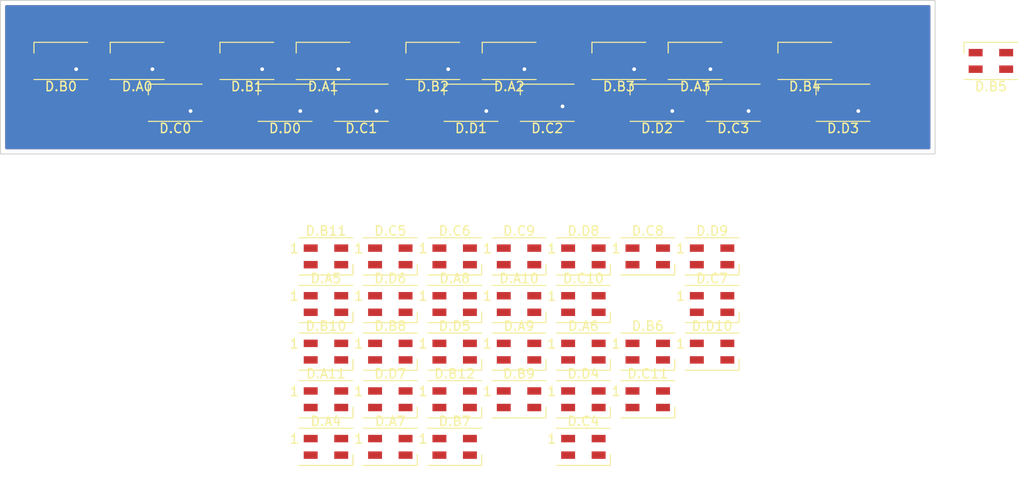
<source format=kicad_pcb>
(kicad_pcb (version 20211014) (generator pcbnew)
  (layers (0 "F.Cu" signal) (31 "B.Cu" signal) (34 "B.Paste" user) (35 "F.Paste" user) (36 "B.SilkS" user "B.Silkscreen") (37 "F.SilkS" user "F.Silkscreen") (38 "B.Mask" user) (39 "F.Mask" user) (44 "Edge.Cuts" user))
  (net 0 "")
  (net 1 "+5V")
  (net 2 "Net-(D.A1-Pad2)")
  (net 3 "GND")
  (net 4 "D_IN")
  (net 5 "Net-(D.A2-Pad2)")
  (net 6 "Net-(D.A3-Pad2)")
  (net 7 "Net-(D.B1-Pad2)")
  (net 8 "Net-(D.B2-Pad2)")
  (net 9 "Net-(D.B3-Pad2)")
  (net 10 "Net-(D.C1-Pad2)")
  (net 11 "Net-(D.C2-Pad2)")
  (net 12 "Net-(D.C3-Pad2)")
  (net 13 "Net-(D.D1-Pad2)")
  (net 14 "Net-(D.D2-Pad2)")
  (net 15 "Net-(D.A0-Pad2)")
  (net 16 "Net-(D.B0-Pad2)")
  (net 17 "Net-(D.C0-Pad2)")
  (net 18 "Net-(D.D0-Pad2)")
  (net 19 "Net-(D.B0-Pad4)")
  (net 20 "Net-(D.C0-Pad4)")
  (net 21 "Net-(D.D0-Pad4)")
  (net 22 "Net-(D.D3-Pad2)")
  (net 23 "Net-(D.A4-Pad2)")
  (net 24 "Net-(D.A5-Pad2)")
  (net 25 "Net-(D.A6-Pad2)")
  (net 26 "Net-(D.A7-Pad2)")
  (net 27 "Net-(D.A8-Pad2)")
  (net 28 "Net-(D.A9-Pad2)")
  (net 29 "Net-(D.A10-Pad2)")
  (net 30 "Net-(D.B4-Pad2)")
  (net 31 "Net-(D.B5-Pad2)")
  (net 32 "Net-(D.B6-Pad2)")
  (net 33 "Net-(D.B7-Pad2)")
  (net 34 "Net-(D.B8-Pad2)")
  (net 35 "Net-(D.B9-Pad2)")
  (net 36 "Net-(D.B10-Pad2)")
  (net 37 "Net-(D.B11-Pad2)")
  (net 38 "Net-(D.C4-Pad2)")
  (net 39 "Net-(D.C5-Pad2)")
  (net 40 "Net-(D.C6-Pad2)")
  (net 41 "Net-(D.C7-Pad2)")
  (net 42 "Net-(D.C8-Pad2)")
  (net 43 "Net-(D.C9-Pad2)")
  (net 44 "Net-(D.C10-Pad2)")
  (net 45 "Net-(D.D4-Pad2)")
  (net 46 "Net-(D.D5-Pad2)")
  (net 47 "Net-(D.D6-Pad2)")
  (net 48 "Net-(D.D7-Pad2)")
  (net 49 "Net-(D.D8-Pad2)")
  (net 50 "Net-(D.D9-Pad2)")
  (footprint "LED_SMD:LED_WS2812B-Mini_PLCC4_3.5x3.5mm_P1.8mm" (layer "F.Cu") (at 140 50 180)
    (fp_text reference "D.B2" (at 0 -2.75) (layer "F.SilkS"))
    (fp_text value "WS2812B")
    (pad "1" smd rect (at -1.64 -0.89 180) (size 1.5 0.8) (layers "F.Cu" "F.Paste" "F.Mask") (net 1 "+5V"))
    (pad "2" smd rect (at -1.64 0.89 180) (size 1.5 0.8) (layers "F.Cu" "F.Paste" "F.Mask") (net 8 "Net-(D.B2-Pad2)"))
    (pad "3" smd rect (at 1.64 0.89 180) (size 1.5 0.8) (layers "F.Cu" "F.Paste" "F.Mask") (net 3 "GND"))
    (pad "4" smd rect (at 1.64 -0.89 180) (size 1.5 0.8) (layers "F.Cu" "F.Paste" "F.Mask") (net 7 "Net-(D.B1-Pad2)"))
  )
  (footprint "LED_SMD:LED_WS2812B-Mini_PLCC4_3.5x3.5mm_P1.8mm" (layer "F.Cu") (at 156.18 76.14)
    (fp_text reference "D.C10" (at 0 -2.75) (layer "F.SilkS"))
    (fp_text value "WS2812B")
    (fp_text user "1" (at -3.4 -0.85) (layer "F.SilkS"))
    (pad "1" smd rect (at -1.64 -0.89) (size 1.5 0.8) (layers "F.Cu" "F.Paste" "F.Mask") (net 1 "+5V"))
    (pad "2" smd rect (at -1.64 0.89) (size 1.5 0.8) (layers "F.Cu" "F.Paste" "F.Mask") (net 44 "Net-(D.C10-Pad2)"))
    (pad "3" smd rect (at 1.64 0.89) (size 1.5 0.8) (layers "F.Cu" "F.Paste" "F.Mask") (net 3 "GND"))
    (pad "4" smd rect (at 1.64 -0.89) (size 1.5 0.8) (layers "F.Cu" "F.Paste" "F.Mask") (net 43 "Net-(D.C9-Pad2)"))
  )
  (footprint "LED_SMD:LED_WS2812B-Mini_PLCC4_3.5x3.5mm_P1.8mm" (layer "F.Cu") (at 170.02 71.02)
    (fp_text reference "D.D9" (at 0 -2.75) (layer "F.SilkS"))
    (fp_text value "WS2812B")
    (fp_text user "1" (at -3.4 -0.85) (layer "F.SilkS"))
    (pad "1" smd rect (at -1.64 -0.89) (size 1.5 0.8) (layers "F.Cu" "F.Paste" "F.Mask") (net 1 "+5V"))
    (pad "2" smd rect (at -1.64 0.89) (size 1.5 0.8) (layers "F.Cu" "F.Paste" "F.Mask") (net 50 "Net-(D.D9-Pad2)"))
    (pad "3" smd rect (at 1.64 0.89) (size 1.5 0.8) (layers "F.Cu" "F.Paste" "F.Mask") (net 3 "GND"))
    (pad "4" smd rect (at 1.64 -0.89) (size 1.5 0.8) (layers "F.Cu" "F.Paste" "F.Mask") (net 49 "Net-(D.D8-Pad2)"))
  )
  (footprint "LED_SMD:LED_WS2812B-Mini_PLCC4_3.5x3.5mm_P1.8mm" (layer "F.Cu") (at 184.1 54.5 180)
    (fp_text reference "D.D3" (at 0 -2.75) (layer "F.SilkS"))
    (fp_text value "WS2812B")
    (pad "1" smd rect (at -1.64 -0.89 180) (size 1.5 0.8) (layers "F.Cu" "F.Paste" "F.Mask") (net 1 "+5V"))
    (pad "2" smd rect (at -1.64 0.89 180) (size 1.5 0.8) (layers "F.Cu" "F.Paste" "F.Mask") (net 22 "Net-(D.D3-Pad2)"))
    (pad "3" smd rect (at 1.64 0.89 180) (size 1.5 0.8) (layers "F.Cu" "F.Paste" "F.Mask") (net 3 "GND"))
    (pad "4" smd rect (at 1.64 -0.89 180) (size 1.5 0.8) (layers "F.Cu" "F.Paste" "F.Mask") (net 14 "Net-(D.D2-Pad2)"))
  )
  (footprint "LED_SMD:LED_WS2812B-Mini_PLCC4_3.5x3.5mm_P1.8mm" (layer "F.Cu") (at 156.18 71.02)
    (fp_text reference "D.D8" (at 0 -2.75) (layer "F.SilkS"))
    (fp_text value "WS2812B")
    (fp_text user "1" (at -3.4 -0.85) (layer "F.SilkS"))
    (pad "1" smd rect (at -1.64 -0.89) (size 1.5 0.8) (layers "F.Cu" "F.Paste" "F.Mask") (net 1 "+5V"))
    (pad "2" smd rect (at -1.64 0.89) (size 1.5 0.8) (layers "F.Cu" "F.Paste" "F.Mask") (net 49 "Net-(D.D8-Pad2)"))
    (pad "3" smd rect (at 1.64 0.89) (size 1.5 0.8) (layers "F.Cu" "F.Paste" "F.Mask") (net 3 "GND"))
    (pad "4" smd rect (at 1.64 -0.89) (size 1.5 0.8) (layers "F.Cu" "F.Paste" "F.Mask") (net 48 "Net-(D.D7-Pad2)"))
  )
  (footprint "LED_SMD:LED_WS2812B-Mini_PLCC4_3.5x3.5mm_P1.8mm" (layer "F.Cu") (at 112.3 54.5 180)
    (fp_text reference "D.C0" (at 0 -2.75) (layer "F.SilkS"))
    (fp_text value "WS2812B")
    (pad "1" smd rect (at -1.64 -0.89 180) (size 1.5 0.8) (layers "F.Cu" "F.Paste" "F.Mask") (net 1 "+5V"))
    (pad "2" smd rect (at -1.64 0.89 180) (size 1.5 0.8) (layers "F.Cu" "F.Paste" "F.Mask") (net 17 "Net-(D.C0-Pad2)"))
    (pad "3" smd rect (at 1.64 0.89 180) (size 1.5 0.8) (layers "F.Cu" "F.Paste" "F.Mask") (net 3 "GND"))
    (pad "4" smd rect (at 1.64 -0.89 180) (size 1.5 0.8) (layers "F.Cu" "F.Paste" "F.Mask") (net 20 "Net-(D.C0-Pad4)"))
  )
  (footprint "LED_SMD:LED_WS2812B-Mini_PLCC4_3.5x3.5mm_P1.8mm" (layer "F.Cu") (at 142.34 91.5)
    (fp_text reference "D.B7" (at 0 -2.75) (layer "F.SilkS"))
    (fp_text value "WS2812B")
    (fp_text user "1" (at -3.4 -0.85) (layer "F.SilkS"))
    (pad "1" smd rect (at -1.64 -0.89) (size 1.5 0.8) (layers "F.Cu" "F.Paste" "F.Mask") (net 1 "+5V"))
    (pad "2" smd rect (at -1.64 0.89) (size 1.5 0.8) (layers "F.Cu" "F.Paste" "F.Mask") (net 33 "Net-(D.B7-Pad2)"))
    (pad "3" smd rect (at 1.64 0.89) (size 1.5 0.8) (layers "F.Cu" "F.Paste" "F.Mask") (net 3 "GND"))
    (pad "4" smd rect (at 1.64 -0.89) (size 1.5 0.8) (layers "F.Cu" "F.Paste" "F.Mask") (net 32 "Net-(D.B6-Pad2)"))
  )
  (footprint "LED_SMD:LED_WS2812B-Mini_PLCC4_3.5x3.5mm_P1.8mm" (layer "F.Cu") (at 180 50 180)
    (fp_text reference "D.B4" (at 0 -2.75) (layer "F.SilkS"))
    (fp_text value "WS2812B")
    (pad "1" smd rect (at -1.64 -0.89 180) (size 1.5 0.8) (layers "F.Cu" "F.Paste" "F.Mask") (net 1 "+5V"))
    (pad "2" smd rect (at -1.64 0.89 180) (size 1.5 0.8) (layers "F.Cu" "F.Paste" "F.Mask") (net 30 "Net-(D.B4-Pad2)"))
    (pad "3" smd rect (at 1.64 0.89 180) (size 1.5 0.8) (layers "F.Cu" "F.Paste" "F.Mask") (net 3 "GND"))
    (pad "4" smd rect (at 1.64 -0.89 180) (size 1.5 0.8) (layers "F.Cu" "F.Paste" "F.Mask") (net 9 "Net-(D.B3-Pad2)"))
  )
  (footprint "LED_SMD:LED_WS2812B-Mini_PLCC4_3.5x3.5mm_P1.8mm" (layer "F.Cu") (at 124.1 54.5 180)
    (fp_text reference "D.D0" (at 0 -2.75) (layer "F.SilkS"))
    (fp_text value "WS2812B")
    (pad "1" smd rect (at -1.64 -0.89 180) (size 1.5 0.8) (layers "F.Cu" "F.Paste" "F.Mask") (net 1 "+5V"))
    (pad "2" smd rect (at -1.64 0.89 180) (size 1.5 0.8) (layers "F.Cu" "F.Paste" "F.Mask") (net 18 "Net-(D.D0-Pad2)"))
    (pad "3" smd rect (at 1.64 0.89 180) (size 1.5 0.8) (layers "F.Cu" "F.Paste" "F.Mask") (net 3 "GND"))
    (pad "4" smd rect (at 1.64 -0.89 180) (size 1.5 0.8) (layers "F.Cu" "F.Paste" "F.Mask") (net 21 "Net-(D.D0-Pad4)"))
  )
  (footprint "LED_SMD:LED_WS2812B-Mini_PLCC4_3.5x3.5mm_P1.8mm" (layer "F.Cu") (at 156.18 81.26)
    (fp_text reference "D.A6" (at 0 -2.75) (layer "F.SilkS"))
    (fp_text value "WS2812B")
    (fp_text user "1" (at -3.4 -0.85) (layer "F.SilkS"))
    (pad "1" smd rect (at -1.64 -0.89) (size 1.5 0.8) (layers "F.Cu" "F.Paste" "F.Mask") (net 1 "+5V"))
    (pad "2" smd rect (at -1.64 0.89) (size 1.5 0.8) (layers "F.Cu" "F.Paste" "F.Mask") (net 25 "Net-(D.A6-Pad2)"))
    (pad "3" smd rect (at 1.64 0.89) (size 1.5 0.8) (layers "F.Cu" "F.Paste" "F.Mask") (net 3 "GND"))
    (pad "4" smd rect (at 1.64 -0.89) (size 1.5 0.8) (layers "F.Cu" "F.Paste" "F.Mask") (net 24 "Net-(D.A5-Pad2)"))
  )
  (footprint "LED_SMD:LED_WS2812B-Mini_PLCC4_3.5x3.5mm_P1.8mm" (layer "F.Cu") (at 120 50 180)
    (fp_text reference "D.B1" (at 0 -2.75) (layer "F.SilkS"))
    (fp_text value "WS2812B")
    (pad "1" smd rect (at -1.64 -0.89 180) (size 1.5 0.8) (layers "F.Cu" "F.Paste" "F.Mask") (net 1 "+5V"))
    (pad "2" smd rect (at -1.64 0.89 180) (size 1.5 0.8) (layers "F.Cu" "F.Paste" "F.Mask") (net 7 "Net-(D.B1-Pad2)"))
    (pad "3" smd rect (at 1.64 0.89 180) (size 1.5 0.8) (layers "F.Cu" "F.Paste" "F.Mask") (net 3 "GND"))
    (pad "4" smd rect (at 1.64 -0.89 180) (size 1.5 0.8) (layers "F.Cu" "F.Paste" "F.Mask") (net 16 "Net-(D.B0-Pad2)"))
  )
  (footprint "LED_SMD:LED_WS2812B-Mini_PLCC4_3.5x3.5mm_P1.8mm" (layer "F.Cu") (at 128.5 81.26)
    (fp_text reference "D.B10" (at 0 -2.75) (layer "F.SilkS"))
    (fp_text value "WS2812B")
    (fp_text user "1" (at -3.4 -0.85) (layer "F.SilkS"))
    (pad "1" smd rect (at -1.64 -0.89) (size 1.5 0.8) (layers "F.Cu" "F.Paste" "F.Mask") (net 1 "+5V"))
    (pad "2" smd rect (at -1.64 0.89) (size 1.5 0.8) (layers "F.Cu" "F.Paste" "F.Mask") (net 36 "Net-(D.B10-Pad2)"))
    (pad "3" smd rect (at 1.64 0.89) (size 1.5 0.8) (layers "F.Cu" "F.Paste" "F.Mask") (net 3 "GND"))
    (pad "4" smd rect (at 1.64 -0.89) (size 1.5 0.8) (layers "F.Cu" "F.Paste" "F.Mask") (net 35 "Net-(D.B9-Pad2)"))
  )
  (footprint "LED_SMD:LED_WS2812B-Mini_PLCC4_3.5x3.5mm_P1.8mm" (layer "F.Cu") (at 149.26 81.26)
    (fp_text reference "D.A9" (at 0 -2.75) (layer "F.SilkS"))
    (fp_text value "WS2812B")
    (fp_text user "1" (at -3.4 -0.85) (layer "F.SilkS"))
    (pad "1" smd rect (at -1.64 -0.89) (size 1.5 0.8) (layers "F.Cu" "F.Paste" "F.Mask") (net 1 "+5V"))
    (pad "2" smd rect (at -1.64 0.89) (size 1.5 0.8) (layers "F.Cu" "F.Paste" "F.Mask") (net 28 "Net-(D.A9-Pad2)"))
    (pad "3" smd rect (at 1.64 0.89) (size 1.5 0.8) (layers "F.Cu" "F.Paste" "F.Mask") (net 3 "GND"))
    (pad "4" smd rect (at 1.64 -0.89) (size 1.5 0.8) (layers "F.Cu" "F.Paste" "F.Mask") (net 27 "Net-(D.A8-Pad2)"))
  )
  (footprint "LED_SMD:LED_WS2812B-Mini_PLCC4_3.5x3.5mm_P1.8mm" (layer "F.Cu") (at 108.2 50 180)
    (fp_text reference "D.A0" (at 0 -2.75) (layer "F.SilkS"))
    (fp_text value "WS2812B")
    (pad "1" smd rect (at -1.64 -0.89 180) (size 1.5 0.8) (layers "F.Cu" "F.Paste" "F.Mask") (net 1 "+5V"))
    (pad "2" smd rect (at -1.64 0.89 180) (size 1.5 0.8) (layers "F.Cu" "F.Paste" "F.Mask") (net 15 "Net-(D.A0-Pad2)"))
    (pad "3" smd rect (at 1.64 0.89 180) (size 1.5 0.8) (layers "F.Cu" "F.Paste" "F.Mask") (net 3 "GND"))
    (pad "4" smd rect (at 1.64 -0.89 180) (size 1.5 0.8) (layers "F.Cu" "F.Paste" "F.Mask") (net 4 "D_IN"))
  )
  (footprint "LED_SMD:LED_WS2812B-Mini_PLCC4_3.5x3.5mm_P1.8mm" (layer "F.Cu") (at 128.5 91.5)
    (fp_text reference "D.A4" (at 0 -2.75) (layer "F.SilkS"))
    (fp_text value "WS2812B")
    (fp_text user "1" (at -3.4 -0.85) (layer "F.SilkS"))
    (pad "1" smd rect (at -1.64 -0.89) (size 1.5 0.8) (layers "F.Cu" "F.Paste" "F.Mask") (net 1 "+5V"))
    (pad "2" smd rect (at -1.64 0.89) (size 1.5 0.8) (layers "F.Cu" "F.Paste" "F.Mask") (net 23 "Net-(D.A4-Pad2)"))
    (pad "3" smd rect (at 1.64 0.89) (size 1.5 0.8) (layers "F.Cu" "F.Paste" "F.Mask") (net 3 "GND"))
    (pad "4" smd rect (at 1.64 -0.89) (size 1.5 0.8) (layers "F.Cu" "F.Paste" "F.Mask") (net 6 "Net-(D.A3-Pad2)"))
  )
  (footprint "LED_SMD:LED_WS2812B-Mini_PLCC4_3.5x3.5mm_P1.8mm" (layer "F.Cu") (at 142.34 81.26)
    (fp_text reference "D.D5" (at 0 -2.75) (layer "F.SilkS"))
    (fp_text value "WS2812B")
    (fp_text user "1" (at -3.4 -0.85) (layer "F.SilkS"))
    (pad "1" smd rect (at -1.64 -0.89) (size 1.5 0.8) (layers "F.Cu" "F.Paste" "F.Mask") (net 1 "+5V"))
    (pad "2" smd rect (at -1.64 0.89) (size 1.5 0.8) (layers "F.Cu" "F.Paste" "F.Mask") (net 46 "Net-(D.D5-Pad2)"))
    (pad "3" smd rect (at 1.64 0.89) (size 1.5 0.8) (layers "F.Cu" "F.Paste" "F.Mask") (net 3 "GND"))
    (pad "4" smd rect (at 1.64 -0.89) (size 1.5 0.8) (layers "F.Cu" "F.Paste" "F.Mask") (net 45 "Net-(D.D4-Pad2)"))
  )
  (footprint "LED_SMD:LED_WS2812B-Mini_PLCC4_3.5x3.5mm_P1.8mm" (layer "F.Cu") (at 142.34 76.14)
    (fp_text reference "D.A8" (at 0 -2.75) (layer "F.SilkS"))
    (fp_text value "WS2812B")
    (fp_text user "1" (at -3.4 -0.85) (layer "F.SilkS"))
    (pad "1" smd rect (at -1.64 -0.89) (size 1.5 0.8) (layers "F.Cu" "F.Paste" "F.Mask") (net 1 "+5V"))
    (pad "2" smd rect (at -1.64 0.89) (size 1.5 0.8) (layers "F.Cu" "F.Paste" "F.Mask") (net 27 "Net-(D.A8-Pad2)"))
    (pad "3" smd rect (at 1.64 0.89) (size 1.5 0.8) (layers "F.Cu" "F.Paste" "F.Mask") (net 3 "GND"))
    (pad "4" smd rect (at 1.64 -0.89) (size 1.5 0.8) (layers "F.Cu" "F.Paste" "F.Mask") (net 26 "Net-(D.A7-Pad2)"))
  )
  (footprint "LED_SMD:LED_WS2812B-Mini_PLCC4_3.5x3.5mm_P1.8mm" (layer "F.Cu") (at 163.1 81.26)
    (fp_text reference "D.B6" (at 0 -2.75) (layer "F.SilkS"))
    (fp_text value "WS2812B")
    (fp_text user "1" (at -3.4 -0.85) (layer "F.SilkS"))
    (pad "1" smd rect (at -1.64 -0.89) (size 1.5 0.8) (layers "F.Cu" "F.Paste" "F.Mask") (net 1 "+5V"))
    (pad "2" smd rect (at -1.64 0.89) (size 1.5 0.8) (layers "F.Cu" "F.Paste" "F.Mask") (net 32 "Net-(D.B6-Pad2)"))
    (pad "3" smd rect (at 1.64 0.89) (size 1.5 0.8) (layers "F.Cu" "F.Paste" "F.Mask") (net 3 "GND"))
    (pad "4" smd rect (at 1.64 -0.89) (size 1.5 0.8) (layers "F.Cu" "F.Paste" "F.Mask") (net 31 "Net-(D.B5-Pad2)"))
  )
  (footprint "LED_SMD:LED_WS2812B-Mini_PLCC4_3.5x3.5mm_P1.8mm" (layer "F.Cu") (at 156.18 86.38)
    (fp_text reference "D.D4" (at 0 -2.75) (layer "F.SilkS"))
    (fp_text value "WS2812B")
    (fp_text user "1" (at -3.4 -0.85) (layer "F.SilkS"))
    (pad "1" smd rect (at -1.64 -0.89) (size 1.5 0.8) (layers "F.Cu" "F.Paste" "F.Mask") (net 1 "+5V"))
    (pad "2" smd rect (at -1.64 0.89) (size 1.5 0.8) (layers "F.Cu" "F.Paste" "F.Mask") (net 45 "Net-(D.D4-Pad2)"))
    (pad "3" smd rect (at 1.64 0.89) (size 1.5 0.8) (layers "F.Cu" "F.Paste" "F.Mask") (net 3 "GND"))
    (pad "4" smd rect (at 1.64 -0.89) (size 1.5 0.8) (layers "F.Cu" "F.Paste" "F.Mask") (net 22 "Net-(D.D3-Pad2)"))
  )
  (footprint "LED_SMD:LED_WS2812B-Mini_PLCC4_3.5x3.5mm_P1.8mm" (layer "F.Cu") (at 172.3 54.5 180)
    (fp_text reference "D.C3" (at 0 -2.75) (layer "F.SilkS"))
    (fp_text value "WS2812B")
    (pad "1" smd rect (at -1.64 -0.89 180) (size 1.5 0.8) (layers "F.Cu" "F.Paste" "F.Mask") (net 1 "+5V"))
    (pad "2" smd rect (at -1.64 0.89 180) (size 1.5 0.8) (layers "F.Cu" "F.Paste" "F.Mask") (net 12 "Net-(D.C3-Pad2)"))
    (pad "3" smd rect (at 1.64 0.89 180) (size 1.5 0.8) (layers "F.Cu" "F.Paste" "F.Mask") (net 3 "GND"))
    (pad "4" smd rect (at 1.64 -0.89 180) (size 1.5 0.8) (layers "F.Cu" "F.Paste" "F.Mask") (net 11 "Net-(D.C2-Pad2)"))
  )
  (footprint "LED_SMD:LED_WS2812B-Mini_PLCC4_3.5x3.5mm_P1.8mm" (layer "F.Cu") (at 128.5 76.14)
    (fp_text reference "D.A5" (at 0 -2.75) (layer "F.SilkS"))
    (fp_text value "WS2812B")
    (fp_text user "1" (at -3.4 -0.85) (layer "F.SilkS"))
    (pad "1" smd rect (at -1.64 -0.89) (size 1.5 0.8) (layers "F.Cu" "F.Paste" "F.Mask") (net 1 "+5V"))
    (pad "2" smd rect (at -1.64 0.89) (size 1.5 0.8) (layers "F.Cu" "F.Paste" "F.Mask") (net 24 "Net-(D.A5-Pad2)"))
    (pad "3" smd rect (at 1.64 0.89) (size 1.5 0.8) (layers "F.Cu" "F.Paste" "F.Mask") (net 3 "GND"))
    (pad "4" smd rect (at 1.64 -0.89) (size 1.5 0.8) (layers "F.Cu" "F.Paste" "F.Mask") (net 23 "Net-(D.A4-Pad2)"))
  )
  (footprint "LED_SMD:LED_WS2812B-Mini_PLCC4_3.5x3.5mm_P1.8mm" (layer "F.Cu") (at 170.02 81.26)
    (fp_text reference "D.D10" (at 0 -2.75) (layer "F.SilkS"))
    (fp_text value "WS2812B")
    (fp_text user "1" (at -3.4 -0.85) (layer "F.SilkS"))
    (pad "1" smd rect (at -1.64 -0.89) (size 1.5 0.8) (layers "F.Cu" "F.Paste" "F.Mask") (net 1 "+5V"))
    (pad "2" smd rect (at -1.64 0.89) (size 1.5 0.8) (layers "F.Cu" "F.Paste" "F.Mask"))
    (pad "3" smd rect (at 1.64 0.89) (size 1.5 0.8) (layers "F.Cu" "F.Paste" "F.Mask") (net 3 "GND"))
    (pad "4" smd rect (at 1.64 -0.89) (size 1.5 0.8) (layers "F.Cu" "F.Paste" "F.Mask") (net 50 "Net-(D.D9-Pad2)"))
  )
  (footprint "LED_SMD:LED_WS2812B-Mini_PLCC4_3.5x3.5mm_P1.8mm" (layer "F.Cu") (at 148.2 50 180)
    (fp_text reference "D.A2" (at 0 -2.75) (layer "F.SilkS"))
    (fp_text value "WS2812B")
    (pad "1" smd rect (at -1.64 -0.89 180) (size 1.5 0.8) (layers "F.Cu" "F.Paste" "F.Mask") (net 1 "+5V"))
    (pad "2" smd rect (at -1.64 0.89 180) (size 1.5 0.8) (layers "F.Cu" "F.Paste" "F.Mask") (net 5 "Net-(D.A2-Pad2)"))
    (pad "3" smd rect (at 1.64 0.89 180) (size 1.5 0.8) (layers "F.Cu" "F.Paste" "F.Mask") (net 3 "GND"))
    (pad "4" smd rect (at 1.64 -0.89 180) (size 1.5 0.8) (layers "F.Cu" "F.Paste" "F.Mask") (net 2 "Net-(D.A1-Pad2)"))
  )
  (footprint "LED_SMD:LED_WS2812B-Mini_PLCC4_3.5x3.5mm_P1.8mm" (layer "F.Cu") (at 149.26 86.38)
    (fp_text reference "D.B9" (at 0 -2.75) (layer "F.SilkS"))
    (fp_text value "WS2812B")
    (fp_text user "1" (at -3.4 -0.85) (layer "F.SilkS"))
    (pad "1" smd rect (at -1.64 -0.89) (size 1.5 0.8) (layers "F.Cu" "F.Paste" "F.Mask") (net 1 "+5V"))
    (pad "2" smd rect (at -1.64 0.89) (size 1.5 0.8) (layers "F.Cu" "F.Paste" "F.Mask") (net 35 "Net-(D.B9-Pad2)"))
    (pad "3" smd rect (at 1.64 0.89) (size 1.5 0.8) (layers "F.Cu" "F.Paste" "F.Mask") (net 3 "GND"))
    (pad "4" smd rect (at 1.64 -0.89) (size 1.5 0.8) (layers "F.Cu" "F.Paste" "F.Mask") (net 34 "Net-(D.B8-Pad2)"))
  )
  (footprint "LED_SMD:LED_WS2812B-Mini_PLCC4_3.5x3.5mm_P1.8mm" (layer "F.Cu") (at 152.3 54.5 180)
    (fp_text reference "D.C2" (at 0 -2.75) (layer "F.SilkS"))
    (fp_text value "WS2812B")
    (pad "1" smd rect (at -1.64 -0.89 180) (size 1.5 0.8) (layers "F.Cu" "F.Paste" "F.Mask") (net 1 "+5V"))
    (pad "2" smd rect (at -1.64 0.89 180) (size 1.5 0.8) (layers "F.Cu" "F.Paste" "F.Mask") (net 11 "Net-(D.C2-Pad2)"))
    (pad "3" smd rect (at 1.64 0.89 180) (size 1.5 0.8) (layers "F.Cu" "F.Paste" "F.Mask") (net 3 "GND"))
    (pad "4" smd rect (at 1.64 -0.89 180) (size 1.5 0.8) (layers "F.Cu" "F.Paste" "F.Mask") (net 10 "Net-(D.C1-Pad2)"))
  )
  (footprint "LED_SMD:LED_WS2812B-Mini_PLCC4_3.5x3.5mm_P1.8mm" (layer "F.Cu") (at 128.5 71.02)
    (fp_text reference "D.B11" (at 0 -2.75) (layer "F.SilkS"))
    (fp_text value "WS2812B")
    (fp_text user "1" (at -3.4 -0.85) (layer "F.SilkS"))
    (pad "1" smd rect (at -1.64 -0.89) (size 1.5 0.8) (layers "F.Cu" "F.Paste" "F.Mask") (net 1 "+5V"))
    (pad "2" smd rect (at -1.64 0.89) (size 1.5 0.8) (layers "F.Cu" "F.Paste" "F.Mask") (net 37 "Net-(D.B11-Pad2)"))
    (pad "3" smd rect (at 1.64 0.89) (size 1.5 0.8) (layers "F.Cu" "F.Paste" "F.Mask") (net 3 "GND"))
    (pad "4" smd rect (at 1.64 -0.89) (size 1.5 0.8) (layers "F.Cu" "F.Paste" "F.Mask") (net 36 "Net-(D.B10-Pad2)"))
  )
  (footprint "LED_SMD:LED_WS2812B-Mini_PLCC4_3.5x3.5mm_P1.8mm" (layer "F.Cu") (at 163.1 86.38)
    (fp_text reference "D.C11" (at 0 -2.75) (layer "F.SilkS"))
    (fp_text value "WS2812B")
    (fp_text user "1" (at -3.4 -0.85) (layer "F.SilkS"))
    (pad "1" smd rect (at -1.64 -0.89) (size 1.5 0.8) (layers "F.Cu" "F.Paste" "F.Mask") (net 1 "+5V"))
    (pad "2" smd rect (at -1.64 0.89) (size 1.5 0.8) (layers "F.Cu" "F.Paste" "F.Mask") (net 21 "Net-(D.D0-Pad4)"))
    (pad "3" smd rect (at 1.64 0.89) (size 1.5 0.8) (layers "F.Cu" "F.Paste" "F.Mask") (net 3 "GND"))
    (pad "4" smd rect (at 1.64 -0.89) (size 1.5 0.8) (layers "F.Cu" "F.Paste" "F.Mask") (net 44 "Net-(D.C10-Pad2)"))
  )
  (footprint "LED_SMD:LED_WS2812B-Mini_PLCC4_3.5x3.5mm_P1.8mm" (layer "F.Cu") (at 144.1 54.5 180)
    (fp_text reference "D.D1" (at 0 -2.75) (layer "F.SilkS"))
    (fp_text value "WS2812B")
    (pad "1" smd rect (at -1.64 -0.89 180) (size 1.5 0.8) (layers "F.Cu" "F.Paste" "F.Mask") (net 1 "+5V"))
    (pad "2" smd rect (at -1.64 0.89 180) (size 1.5 0.8) (layers "F.Cu" "F.Paste" "F.Mask") (net 13 "Net-(D.D1-Pad2)"))
    (pad "3" smd rect (at 1.64 0.89 180) (size 1.5 0.8) (layers "F.Cu" "F.Paste" "F.Mask") (net 3 "GND"))
    (pad "4" smd rect (at 1.64 -0.89 180) (size 1.5 0.8) (layers "F.Cu" "F.Paste" "F.Mask") (net 18 "Net-(D.D0-Pad2)"))
  )
  (footprint "LED_SMD:LED_WS2812B-Mini_PLCC4_3.5x3.5mm_P1.8mm" (layer "F.Cu") (at 156.18 91.5)
    (fp_text reference "D.C4" (at 0 -2.75) (layer "F.SilkS"))
    (fp_text value "WS2812B")
    (fp_text user "1" (at -3.4 -0.85) (layer "F.SilkS"))
    (pad "1" smd rect (at -1.64 -0.89) (size 1.5 0.8) (layers "F.Cu" "F.Paste" "F.Mask") (net 1 "+5V"))
    (pad "2" smd rect (at -1.64 0.89) (size 1.5 0.8) (layers "F.Cu" "F.Paste" "F.Mask") (net 38 "Net-(D.C4-Pad2)"))
    (pad "3" smd rect (at 1.64 0.89) (size 1.5 0.8) (layers "F.Cu" "F.Paste" "F.Mask") (net 3 "GND"))
    (pad "4" smd rect (at 1.64 -0.89) (size 1.5 0.8) (layers "F.Cu" "F.Paste" "F.Mask") (net 12 "Net-(D.C3-Pad2)"))
  )
  (footprint "LED_SMD:LED_WS2812B-Mini_PLCC4_3.5x3.5mm_P1.8mm" (layer "F.Cu") (at 128.2 50 180)
    (fp_text reference "D.A1" (at 0 -2.75) (layer "F.SilkS"))
    (fp_text value "WS2812B")
    (pad "1" smd rect (at -1.64 -0.89 180) (size 1.5 0.8) (layers "F.Cu" "F.Paste" "F.Mask") (net 1 "+5V"))
    (pad "2" smd rect (at -1.64 0.89 180) (size 1.5 0.8) (layers "F.Cu" "F.Paste" "F.Mask") (net 2 "Net-(D.A1-Pad2)"))
    (pad "3" smd rect (at 1.64 0.89 180) (size 1.5 0.8) (layers "F.Cu" "F.Paste" "F.Mask") (net 3 "GND"))
    (pad "4" smd rect (at 1.64 -0.89 180) (size 1.5 0.8) (layers "F.Cu" "F.Paste" "F.Mask") (net 15 "Net-(D.A0-Pad2)"))
  )
  (footprint "LED_SMD:LED_WS2812B-Mini_PLCC4_3.5x3.5mm_P1.8mm" (layer "F.Cu") (at 128.5 86.38)
    (fp_text reference "D.A11" (at 0 -2.75) (layer "F.SilkS"))
    (fp_text value "WS2812B")
    (fp_text user "1" (at -3.4 -0.85) (layer "F.SilkS"))
    (pad "1" smd rect (at -1.64 -0.89) (size 1.5 0.8) (layers "F.Cu" "F.Paste" "F.Mask") (net 1 "+5V"))
    (pad "2" smd rect (at -1.64 0.89) (size 1.5 0.8) (layers "F.Cu" "F.Paste" "F.Mask") (net 19 "Net-(D.B0-Pad4)"))
    (pad "3" smd rect (at 1.64 0.89) (size 1.5 0.8) (layers "F.Cu" "F.Paste" "F.Mask") (net 3 "GND"))
    (pad "4" smd rect (at 1.64 -0.89) (size 1.5 0.8) (layers "F.Cu" "F.Paste" "F.Mask") (net 29 "Net-(D.A10-Pad2)"))
  )
  (footprint "LED_SMD:LED_WS2812B-Mini_PLCC4_3.5x3.5mm_P1.8mm" (layer "F.Cu") (at 132.3 54.5 180)
    (fp_text reference "D.C1" (at 0 -2.75) (layer "F.SilkS"))
    (fp_text value "WS2812B")
    (pad "1" smd rect (at -1.64 -0.89 180) (size 1.5 0.8) (layers "F.Cu" "F.Paste" "F.Mask") (net 1 "+5V"))
    (pad "2" smd rect (at -1.64 0.89 180) (size 1.5 0.8) (layers "F.Cu" "F.Paste" "F.Mask") (net 10 "Net-(D.C1-Pad2)"))
    (pad "3" smd rect (at 1.64 0.89 180) (size 1.5 0.8) (layers "F.Cu" "F.Paste" "F.Mask") (net 3 "GND"))
    (pad "4" smd rect (at 1.64 -0.89 180) (size 1.5 0.8) (layers "F.Cu" "F.Paste" "F.Mask") (net 17 "Net-(D.C0-Pad2)"))
  )
  (footprint "LED_SMD:LED_WS2812B-Mini_PLCC4_3.5x3.5mm_P1.8mm" (layer "F.Cu") (at 149.26 76.14)
    (fp_text reference "D.A10" (at 0 -2.75) (layer "F.SilkS"))
    (fp_text value "WS2812B")
    (fp_text user "1" (at -3.4 -0.85) (layer "F.SilkS"))
    (pad "1" smd rect (at -1.64 -0.89) (size 1.5 0.8) (layers "F.Cu" "F.Paste" "F.Mask") (net 1 "+5V"))
    (pad "2" smd rect (at -1.64 0.89) (size 1.5 0.8) (layers "F.Cu" "F.Paste" "F.Mask") (net 29 "Net-(D.A10-Pad2)"))
    (pad "3" smd rect (at 1.64 0.89) (size 1.5 0.8) (layers "F.Cu" "F.Paste" "F.Mask") (net 3 "GND"))
    (pad "4" smd rect (at 1.64 -0.89) (size 1.5 0.8) (layers "F.Cu" "F.Paste" "F.Mask") (net 28 "Net-(D.A9-Pad2)"))
  )
  (footprint "LED_SMD:LED_WS2812B-Mini_PLCC4_3.5x3.5mm_P1.8mm" (layer "F.Cu") (at 142.34 86.38)
    (fp_text reference "D.B12" (at 0 -2.75) (layer "F.SilkS"))
    (fp_text value "WS2812B")
    (fp_text user "1" (at -3.4 -0.85) (layer "F.SilkS"))
    (pad "1" smd rect (at -1.64 -0.89) (size 1.5 0.8) (layers "F.Cu" "F.Paste" "F.Mask") (net 1 "+5V"))
    (pad "2" smd rect (at -1.64 0.89) (size 1.5 0.8) (layers "F.Cu" "F.Paste" "F.Mask") (net 20 "Net-(D.C0-Pad4)"))
    (pad "3" smd rect (at 1.64 0.89) (size 1.5 0.8) (layers "F.Cu" "F.Paste" "F.Mask") (net 3 "GND"))
    (pad "4" smd rect (at 1.64 -0.89) (size 1.5 0.8) (layers "F.Cu" "F.Paste" "F.Mask") (net 37 "Net-(D.B11-Pad2)"))
  )
  (footprint "LED_SMD:LED_WS2812B-Mini_PLCC4_3.5x3.5mm_P1.8mm" (layer "F.Cu") (at 164.1 54.5 180)
    (fp_text reference "D.D2" (at 0 -2.75) (layer "F.SilkS"))
    (fp_text value "WS2812B")
    (pad "1" smd rect (at -1.64 -0.89 180) (size 1.5 0.8) (layers "F.Cu" "F.Paste" "F.Mask") (net 1 "+5V"))
    (pad "2" smd rect (at -1.64 0.89 180) (size 1.5 0.8) (layers "F.Cu" "F.Paste" "F.Mask") (net 14 "Net-(D.D2-Pad2)"))
    (pad "3" smd rect (at 1.64 0.89 180) (size 1.5 0.8) (layers "F.Cu" "F.Paste" "F.Mask") (net 3 "GND"))
    (pad "4" smd rect (at 1.64 -0.89 180) (size 1.5 0.8) (layers "F.Cu" "F.Paste" "F.Mask") (net 13 "Net-(D.D1-Pad2)"))
  )
  (footprint "LED_SMD:LED_WS2812B-Mini_PLCC4_3.5x3.5mm_P1.8mm" (layer "F.Cu") (at 200 50 180)
    (fp_text reference "D.B5" (at 0 -2.75) (layer "F.SilkS"))
    (fp_text value "WS2812B")
    (pad "1" smd rect (at -1.64 -0.89 180) (size 1.5 0.8) (layers "F.Cu" "F.Paste" "F.Mask") (net 1 "+5V"))
    (pad "2" smd rect (at -1.64 0.89 180) (size 1.5 0.8) (layers "F.Cu" "F.Paste" "F.Mask") (net 31 "Net-(D.B5-Pad2)"))
    (pad "3" smd rect (at 1.64 0.89 180) (size 1.5 0.8) (layers "F.Cu" "F.Paste" "F.Mask") (net 3 "GND"))
    (pad "4" smd rect (at 1.64 -0.89 180) (size 1.5 0.8) (layers "F.Cu" "F.Paste" "F.Mask") (net 30 "Net-(D.B4-Pad2)"))
  )
  (footprint "LED_SMD:LED_WS2812B-Mini_PLCC4_3.5x3.5mm_P1.8mm" (layer "F.Cu") (at 135.42 71.02)
    (fp_text reference "D.C5" (at 0 -2.75) (layer "F.SilkS"))
    (fp_text value "WS2812B")
    (fp_text user "1" (at -3.4 -0.85) (layer "F.SilkS"))
    (pad "1" smd rect (at -1.64 -0.89) (size 1.5 0.8) (layers "F.Cu" "F.Paste" "F.Mask") (net 1 "+5V"))
    (pad "2" smd rect (at -1.64 0.89) (size 1.5 0.8) (layers "F.Cu" "F.Paste" "F.Mask") (net 39 "Net-(D.C5-Pad2)"))
    (pad "3" smd rect (at 1.64 0.89) (size 1.5 0.8) (layers "F.Cu" "F.Paste" "F.Mask") (net 3 "GND"))
    (pad "4" smd rect (at 1.64 -0.89) (size 1.5 0.8) (layers "F.Cu" "F.Paste" "F.Mask") (net 38 "Net-(D.C4-Pad2)"))
  )
  (footprint "LED_SMD:LED_WS2812B-Mini_PLCC4_3.5x3.5mm_P1.8mm" (layer "F.Cu") (at 135.42 76.14)
    (fp_text reference "D.D6" (at 0 -2.75) (layer "F.SilkS"))
    (fp_text value "WS2812B")
    (fp_text user "1" (at -3.4 -0.85) (layer "F.SilkS"))
    (pad "1" smd rect (at -1.64 -0.89) (size 1.5 0.8) (layers "F.Cu" "F.Paste" "F.Mask") (net 1 "+5V"))
    (pad "2" smd rect (at -1.64 0.89) (size 1.5 0.8) (layers "F.Cu" "F.Paste" "F.Mask") (net 47 "Net-(D.D6-Pad2)"))
    (pad "3" smd rect (at 1.64 0.89) (size 1.5 0.8) (layers "F.Cu" "F.Paste" "F.Mask") (net 3 "GND"))
    (pad "4" smd rect (at 1.64 -0.89) (size 1.5 0.8) (layers "F.Cu" "F.Paste" "F.Mask") (net 46 "Net-(D.D5-Pad2)"))
  )
  (footprint "LED_SMD:LED_WS2812B-Mini_PLCC4_3.5x3.5mm_P1.8mm" (layer "F.Cu") (at 160 50 180)
    (fp_text reference "D.B3" (at 0 -2.75) (layer "F.SilkS"))
    (fp_text value "WS2812B")
    (pad "1" smd rect (at -1.64 -0.89 180) (size 1.5 0.8) (layers "F.Cu" "F.Paste" "F.Mask") (net 1 "+5V"))
    (pad "2" smd rect (at -1.64 0.89 180) (size 1.5 0.8) (layers "F.Cu" "F.Paste" "F.Mask") (net 9 "Net-(D.B3-Pad2)"))
    (pad "3" smd rect (at 1.64 0.89 180) (size 1.5 0.8) (layers "F.Cu" "F.Paste" "F.Mask") (net 3 "GND"))
    (pad "4" smd rect (at 1.64 -0.89 180) (size 1.5 0.8) (layers "F.Cu" "F.Paste" "F.Mask") (net 8 "Net-(D.B2-Pad2)"))
  )
  (footprint "LED_SMD:LED_WS2812B-Mini_PLCC4_3.5x3.5mm_P1.8mm" (layer "F.Cu") (at 149.26 71.02)
    (fp_text reference "D.C9" (at 0 -2.75) (layer "F.SilkS"))
    (fp_text value "WS2812B")
    (fp_text user "1" (at -3.4 -0.85) (layer "F.SilkS"))
    (pad "1" smd rect (at -1.64 -0.89) (size 1.5 0.8) (layers "F.Cu" "F.Paste" "F.Mask") (net 1 "+5V"))
    (pad "2" smd rect (at -1.64 0.89) (size 1.5 0.8) (layers "F.Cu" "F.Paste" "F.Mask") (net 43 "Net-(D.C9-Pad2)"))
    (pad "3" smd rect (at 1.64 0.89) (size 1.5 0.8) (layers "F.Cu" "F.Paste" "F.Mask") (net 3 "GND"))
    (pad "4" smd rect (at 1.64 -0.89) (size 1.5 0.8) (layers "F.Cu" "F.Paste" "F.Mask") (net 42 "Net-(D.C8-Pad2)"))
  )
  (footprint "LED_SMD:LED_WS2812B-Mini_PLCC4_3.5x3.5mm_P1.8mm" (layer "F.Cu") (at 142.34 71.02)
    (fp_text reference "D.C6" (at 0 -2.75) (layer "F.SilkS"))
    (fp_text value "WS2812B")
    (fp_text user "1" (at -3.4 -0.85) (layer "F.SilkS"))
    (pad "1" smd rect (at -1.64 -0.89) (size 1.5 0.8) (layers "F.Cu" "F.Paste" "F.Mask") (net 1 "+5V"))
    (pad "2" smd rect (at -1.64 0.89) (size 1.5 0.8) (layers "F.Cu" "F.Paste" "F.Mask") (net 40 "Net-(D.C6-Pad2)"))
    (pad "3" smd rect (at 1.64 0.89) (size 1.5 0.8) (layers "F.Cu" "F.Paste" "F.Mask") (net 3 "GND"))
    (pad "4" smd rect (at 1.64 -0.89) (size 1.5 0.8) (layers "F.Cu" "F.Paste" "F.Mask") (net 39 "Net-(D.C5-Pad2)"))
  )
  (footprint "LED_SMD:LED_WS2812B-Mini_PLCC4_3.5x3.5mm_P1.8mm" (layer "F.Cu") (at 168.2 50 180)
    (fp_text reference "D.A3" (at 0 -2.75) (layer "F.SilkS"))
    (fp_text value "WS2812B")
    (pad "1" smd rect (at -1.64 -0.89 180) (size 1.5 0.8) (layers "F.Cu" "F.Paste" "F.Mask") (net 1 "+5V"))
    (pad "2" smd rect (at -1.64 0.89 180) (size 1.5 0.8) (layers "F.Cu" "F.Paste" "F.Mask") (net 6 "Net-(D.A3-Pad2)"))
    (pad "3" smd rect (at 1.64 0.89 180) (size 1.5 0.8) (layers "F.Cu" "F.Paste" "F.Mask") (net 3 "GND"))
    (pad "4" smd rect (at 1.64 -0.89 180) (size 1.5 0.8) (layers "F.Cu" "F.Paste" "F.Mask") (net 5 "Net-(D.A2-Pad2)"))
  )
  (footprint "LED_SMD:LED_WS2812B-Mini_PLCC4_3.5x3.5mm_P1.8mm" (layer "F.Cu") (at 135.42 91.5)
    (fp_text reference "D.A7" (at 0 -2.75) (layer "F.SilkS"))
    (fp_text value "WS2812B")
    (fp_text user "1" (at -3.4 -0.85) (layer "F.SilkS"))
    (pad "1" smd rect (at -1.64 -0.89) (size 1.5 0.8) (layers "F.Cu" "F.Paste" "F.Mask") (net 1 "+5V"))
    (pad "2" smd rect (at -1.64 0.89) (size 1.5 0.8) (layers "F.Cu" "F.Paste" "F.Mask") (net 26 "Net-(D.A7-Pad2)"))
    (pad "3" smd rect (at 1.64 0.89) (size 1.5 0.8) (layers "F.Cu" "F.Paste" "F.Mask") (net 3 "GND"))
    (pad "4" smd rect (at 1.64 -0.89) (size 1.5 0.8) (layers "F.Cu" "F.Paste" "F.Mask") (net 25 "Net-(D.A6-Pad2)"))
  )
  (footprint "LED_SMD:LED_WS2812B-Mini_PLCC4_3.5x3.5mm_P1.8mm" (layer "F.Cu") (at 135.42 81.26)
    (fp_text reference "D.B8" (at 0 -2.75) (layer "F.SilkS"))
    (fp_text value "WS2812B")
    (fp_text user "1" (at -3.4 -0.85) (layer "F.SilkS"))
    (pad "1" smd rect (at -1.64 -0.89) (size 1.5 0.8) (layers "F.Cu" "F.Paste" "F.Mask") (net 1 "+5V"))
    (pad "2" smd rect (at -1.64 0.89) (size 1.5 0.8) (layers "F.Cu" "F.Paste" "F.Mask") (net 34 "Net-(D.B8-Pad2)"))
    (pad "3" smd rect (at 1.64 0.89) (size 1.5 0.8) (layers "F.Cu" "F.Paste" "F.Mask") (net 3 "GND"))
    (pad "4" smd rect (at 1.64 -0.89) (size 1.5 0.8) (layers "F.Cu" "F.Paste" "F.Mask") (net 33 "Net-(D.B7-Pad2)"))
  )
  (footprint "LED_SMD:LED_WS2812B-Mini_PLCC4_3.5x3.5mm_P1.8mm" (layer "F.Cu") (at 135.42 86.38)
    (fp_text reference "D.D7" (at 0 -2.75) (layer "F.SilkS"))
    (fp_text value "WS2812B")
    (fp_text user "1" (at -3.4 -0.85) (layer "F.SilkS"))
    (pad "1" smd rect (at -1.64 -0.89) (size 1.5 0.8) (layers "F.Cu" "F.Paste" "F.Mask") (net 1 "+5V"))
    (pad "2" smd rect (at -1.64 0.89) (size 1.5 0.8) (layers "F.Cu" "F.Paste" "F.Mask") (net 48 "Net-(D.D7-Pad2)"))
    (pad "3" smd rect (at 1.64 0.89) (size 1.5 0.8) (layers "F.Cu" "F.Paste" "F.Mask") (net 3 "GND"))
    (pad "4" smd rect (at 1.64 -0.89) (size 1.5 0.8) (layers "F.Cu" "F.Paste" "F.Mask") (net 47 "Net-(D.D6-Pad2)"))
  )
  (footprint "LED_SMD:LED_WS2812B-Mini_PLCC4_3.5x3.5mm_P1.8mm" (layer "F.Cu") (at 100 50 180)
    (fp_text reference "D.B0" (at 0 -2.75) (layer "F.SilkS"))
    (fp_text value "WS2812B")
    (pad "1" smd rect (at -1.64 -0.89 180) (size 1.5 0.8) (layers "F.Cu" "F.Paste" "F.Mask") (net 1 "+5V"))
    (pad "2" smd rect (at -1.64 0.89 180) (size 1.5 0.8) (layers "F.Cu" "F.Paste" "F.Mask") (net 16 "Net-(D.B0-Pad2)"))
    (pad "3" smd rect (at 1.64 0.89 180) (size 1.5 0.8) (layers "F.Cu" "F.Paste" "F.Mask") (net 3 "GND"))
    (pad "4" smd rect (at 1.64 -0.89 180) (size 1.5 0.8) (layers "F.Cu" "F.Paste" "F.Mask") (net 19 "Net-(D.B0-Pad4)"))
  )
  (footprint "LED_SMD:LED_WS2812B-Mini_PLCC4_3.5x3.5mm_P1.8mm" (layer "F.Cu") (at 163.1 71.02)
    (fp_text reference "D.C8" (at 0 -2.75) (layer "F.SilkS"))
    (fp_text value "WS2812B")
    (fp_text user "1" (at -3.4 -0.85) (layer "F.SilkS"))
    (pad "1" smd rect (at -1.64 -0.89) (size 1.5 0.8) (layers "F.Cu" "F.Paste" "F.Mask") (net 1 "+5V"))
    (pad "2" smd rect (at -1.64 0.89) (size 1.5 0.8) (layers "F.Cu" "F.Paste" "F.Mask") (net 42 "Net-(D.C8-Pad2)"))
    (pad "3" smd rect (at 1.64 0.89) (size 1.5 0.8) (layers "F.Cu" "F.Paste" "F.Mask") (net 3 "GND"))
    (pad "4" smd rect (at 1.64 -0.89) (size 1.5 0.8) (layers "F.Cu" "F.Paste" "F.Mask") (net 41 "Net-(D.C7-Pad2)"))
  )
  (footprint "LED_SMD:LED_WS2812B-Mini_PLCC4_3.5x3.5mm_P1.8mm" (layer "F.Cu") (at 170.02 76.14)
    (fp_text reference "D.C7" (at 0 -2.75) (layer "F.SilkS"))
    (fp_text value "WS2812B")
    (fp_text user "1" (at -3.4 -0.85) (layer "F.SilkS"))
    (pad "1" smd rect (at -1.64 -0.89) (size 1.5 0.8) (layers "F.Cu" "F.Paste" "F.Mask") (net 1 "+5V"))
    (pad "2" smd rect (at -1.64 0.89) (size 1.5 0.8) (layers "F.Cu" "F.Paste" "F.Mask") (net 41 "Net-(D.C7-Pad2)"))
    (pad "3" smd rect (at 1.64 0.89) (size 1.5 0.8) (layers "F.Cu" "F.Paste" "F.Mask") (net 3 "GND"))
    (pad "4" smd rect (at 1.64 -0.89) (size 1.5 0.8) (layers "F.Cu" "F.Paste" "F.Mask") (net 40 "Net-(D.C6-Pad2)"))
  )
  (gr_rect (start 93.5 43.5) (end 194 60) (layer "Edge.Cuts") (width 0.1) (fill none))
  (via (at 153.94 54.89) (size 0.8) (drill 0.4) (layers "F.Cu" "B.Cu") (net 1))
  (via (at 141.64 50.89) (size 0.8) (drill 0.4) (layers "F.Cu" "B.Cu") (net 1))
  (via (at 165.74 55.39) (size 0.8) (drill 0.4) (layers "F.Cu" "B.Cu") (net 1))
  (via (at 185.74 55.39) (size 0.8) (drill 0.4) (layers "F.Cu" "B.Cu") (net 1))
  (via (at 169.84 50.89) (size 0.8) (drill 0.4) (layers "F.Cu" "B.Cu") (net 1))
  (via (at 173.94 55.39) (size 0.8) (drill 0.4) (layers "F.Cu" "B.Cu") (net 1))
  (via (at 161.64 50.89) (size 0.8) (drill 0.4) (layers "F.Cu" "B.Cu") (net 1))
  (via (at 133.94 55.39) (size 0.8) (drill 0.4) (layers "F.Cu" "B.Cu") (net 1))
  (via (at 129.84 50.89) (size 0.8) (drill 0.4) (layers "F.Cu" "B.Cu") (net 1))
  (via (at 125.74 55.39) (size 0.8) (drill 0.4) (layers "F.Cu" "B.Cu") (net 1))
  (via (at 101.64 50.89) (size 0.8) (drill 0.4) (layers "F.Cu" "B.Cu") (net 1))
  (via (at 149.84 50.89) (size 0.8) (drill 0.4) (layers "F.Cu" "B.Cu") (net 1))
  (via (at 121.64 50.89) (size 0.8) (drill 0.4) (layers "F.Cu" "B.Cu") (net 1))
  (via (at 113.94 55.39) (size 0.8) (drill 0.4) (layers "F.Cu" "B.Cu") (net 1))
  (via (at 109.84 50.89) (size 0.8) (drill 0.4) (layers "F.Cu" "B.Cu") (net 1))
  (via (at 145.74 55.39) (size 0.8) (drill 0.4) (layers "F.Cu" "B.Cu") (net 1))
  (segment (start 142.55 50) (end 143.44 50.89) (width 0.25) (layer "F.Cu") (net 2))
  (segment (start 137.5 50) (end 142.55 50) (width 0.25) (layer "F.Cu") (net 2))
  (segment (start 136.61 49.11) (end 137.5 50) (width 0.25) (layer "F.Cu") (net 2))
  (segment (start 129.84 49.11) (end 136.61 49.11) (width 0.25) (layer "F.Cu") (net 2))
  (segment (start 143.44 50.89) (end 146.56 50.89) (width 0.25) (layer "F.Cu") (net 2))
  (segment (start 156.61 49.11) (end 157.5 50) (width 0.25) (layer "F.Cu") (net 5))
  (segment (start 149.84 49.11) (end 156.61 49.11) (width 0.25) (layer "F.Cu") (net 5))
  (segment (start 162.5 50) (end 163.39 50.89) (width 0.25) (layer "F.Cu") (net 5))
  (segment (start 157.5 50) (end 162.5 50) (width 0.25) (layer "F.Cu") (net 5))
  (segment (start 163.39 50.89) (end 166.56 50.89) (width 0.25) (layer "F.Cu") (net 5))
  (segment (start 131.64 50.89) (end 130.75 50) (width 0.25) (layer "F.Cu") (net 7))
  (segment (start 125.65 50) (end 124.76 49.11) (width 0.25) (layer "F.Cu") (net 7))
  (segment (start 138.36 50.89) (end 131.64 50.89) (width 0.25) (layer "F.Cu") (net 7))
  (segment (start 124.76 49.11) (end 121.64 49.11) (width 0.25) (layer "F.Cu") (net 7))
  (segment (start 130.75 50) (end 125.65 50) (width 0.25) (layer "F.Cu") (net 7))
  (segment (start 158.36 50.89) (end 151.64 50.89) (width 0.25) (layer "F.Cu") (net 8))
  (segment (start 151.64 50.89) (end 150.75 50) (width 0.25) (layer "F.Cu") (net 8))
  (segment (start 150.75 50) (end 145.5 50) (width 0.25) (layer "F.Cu") (net 8))
  (segment (start 145.5 50) (end 144.61 49.11) (width 0.25) (layer "F.Cu") (net 8))
  (segment (start 144.61 49.11) (end 141.64 49.11) (width 0.25) (layer "F.Cu") (net 8))
  (segment (start 161.64 49.11) (end 164.11 49.11) (width 0.25) (layer "F.Cu") (net 9))
  (segment (start 123.44 50.89) (end 126.56 50.89) (width 0.25) (layer "F.Cu") (net 15))
  (segment (start 117.45 50) (end 122.55 50) (width 0.25) (layer "F.Cu") (net 15))
  (segment (start 116.56 49.11) (end 117.45 50) (width 0.25) (layer "F.Cu") (net 15))
  (segment (start 122.55 50) (end 123.44 50.89) (width 0.25) (layer "F.Cu") (net 15))
  (segment (start 109.84 49.11) (end 116.56 49.11) (width 0.25) (layer "F.Cu") (net 15))
  (segment (start 101.64 49.11) (end 102.53 50) (width 0.25) (layer "F.Cu") (net 16))
  (segment (start 112 50) (end 112.89 50.89) (width 0.25) (layer "F.Cu") (net 16))
  (segment (start 112.89 50.89) (end 118.36 50.89) (width 0.25) (layer "F.Cu") (net 16))
  (segment (start 102.53 50) (end 112 50) (width 0.25) (layer "F.Cu") (net 16))
  (segment (start 126.485 54.335) (end 127.54 55.39) (width 0.25) (layer "F.Cu") (net 17))
  (segment (start 127.54 55.39) (end 130.66 55.39) (width 0.25) (layer "F.Cu") (net 17))
  (segment (start 119.61 53.61) (end 120.335 54.335) (width 0.25) (layer "F.Cu") (net 17))
  (segment (start 120.335 54.335) (end 126.485 54.335) (width 0.25) (layer "F.Cu") (net 17))
  (segment (start 113.94 53.61) (end 119.61 53.61) (width 0.25) (layer "F.Cu") (net 17))
  (segment (start 129.75 54.5) (end 134.85 54.5) (width 0.25) (layer "F.Cu") (net 18))
  (segment (start 135.74 55.39) (end 142.46 55.39) (width 0.25) (layer "F.Cu") (net 18))
  (segment (start 128.86 53.61) (end 129.75 54.5) (width 0.25) (layer "F.Cu") (net 18))
  (segment (start 134.85 54.5) (end 135.74 55.39) (width 0.25) (layer "F.Cu") (net 18))
  (segment (start 125.74 53.61) (end 128.86 53.61) (width 0.25) (layer "F.Cu") (net 18))
  (zone (net 3) (net_name "GND") (layer "F.Cu") (connect_pads (clearance 0.508)) (min_thickness 0.254) (fill yes (thermal_gap 0.508) (thermal_bridge_width 0.508))
    (polygon (pts (xy 194 60) (xy 93.5 60) (xy 93.5 43.5) (xy 194 43.5)))
  )
  (zone (net 1) (net_name "+5V") (layer "B.Cu") (connect_pads (clearance 0.508)) (min_thickness 0.254) (fill yes (thermal_gap 0.508) (thermal_bridge_width 0.508))
    (polygon (pts (xy 194 59.5) (xy 93.5 60) (xy 93.5 43.5) (xy 194 43.5)))
  )
)
</source>
